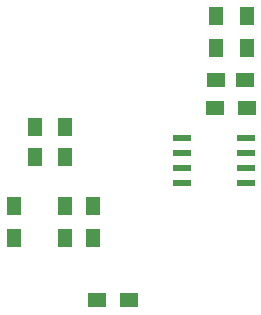
<source format=gbr>
G04 #@! TF.GenerationSoftware,KiCad,Pcbnew,(5.0.0-rc2-dev-444-g2974a2c10)*
G04 #@! TF.CreationDate,2018-09-21T18:48:47-07:00*
G04 #@! TF.ProjectId,retro meter v02,726574726F206D65746572207630322E,rev?*
G04 #@! TF.SameCoordinates,Original*
G04 #@! TF.FileFunction,Paste,Top*
G04 #@! TF.FilePolarity,Positive*
%FSLAX46Y46*%
G04 Gerber Fmt 4.6, Leading zero omitted, Abs format (unit mm)*
G04 Created by KiCad (PCBNEW (5.0.0-rc2-dev-444-g2974a2c10)) date 09/21/18 18:48:47*
%MOMM*%
%LPD*%
G01*
G04 APERTURE LIST*
%ADD10R,1.250000X1.500000*%
%ADD11R,1.500000X1.250000*%
%ADD12R,1.300000X1.500000*%
%ADD13R,1.500000X1.300000*%
%ADD14R,1.550000X0.600000*%
G04 APERTURE END LIST*
D10*
X191731041Y-61900664D03*
X191731041Y-59400664D03*
D11*
X207030000Y-55372000D03*
X209530000Y-55372000D03*
D12*
X209677000Y-52658000D03*
X209677000Y-49958000D03*
X196635000Y-68750000D03*
X196635000Y-66050000D03*
X194235000Y-68750000D03*
X194235000Y-66050000D03*
X207010000Y-49958000D03*
X207010000Y-52658000D03*
D13*
X206930000Y-57785000D03*
X209630000Y-57785000D03*
D12*
X189935000Y-66050000D03*
X189935000Y-68750000D03*
D14*
X209583000Y-60325000D03*
X209583000Y-61595000D03*
X209583000Y-62865000D03*
X209583000Y-64135000D03*
X204183000Y-64135000D03*
X204183000Y-62865000D03*
X204183000Y-61595000D03*
X204183000Y-60325000D03*
D10*
X194231041Y-59400664D03*
X194231041Y-61900664D03*
D13*
X196985000Y-74000000D03*
X199685000Y-74000000D03*
M02*

</source>
